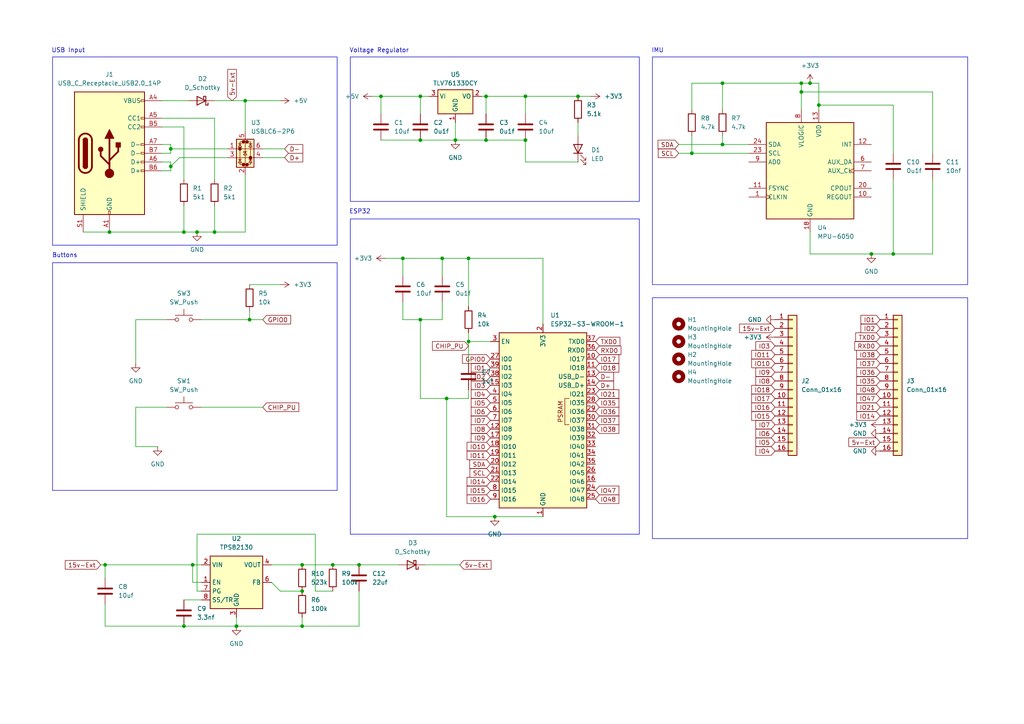
<source format=kicad_sch>
(kicad_sch (version 20250114) (generator "eeschema") (generator_version "9.0")
  (paper "A4")
  (lib_symbols
    (symbol "Connector:USB_C_Receptacle_USB2.0_14P" (pin_names (offset 1.016))
      (property "Reference" "J" (at 0 22.225 0))
      (property "Value" "USB_C_Receptacle_USB2.0_14P" (at 0 19.685 0))
      (symbol "USB_C_Receptacle_USB2.0_14P_1_1"
        (pin passive line (at -7.62 -22.86 90) (length 5.08) (name "SHIELD") (number "S1"))
        (pin passive line (at 0 -22.86 90) (length 5.08) (name "GND") (number "A1"))
        (pin passive line (at 0 -22.86 90) (length 5.08) (hide yes) (name "GND") (number "A12"))
        (pin passive line (at 0 -22.86 90) (length 5.08) (hide yes) (name "GND") (number "B1"))
        (pin passive line (at 0 -22.86 90) (length 5.08) (hide yes) (name "GND") (number "B12"))
        (pin passive line (at 15.24 15.24 180) (length 5.08) (name "VBUS") (number "A4"))
        (pin passive line (at 15.24 15.24 180) (length 5.08) (hide yes) (name "VBUS") (number "A9"))
        (pin passive line (at 15.24 15.24 180) (length 5.08) (hide yes) (name "VBUS") (number "B4"))
        (pin passive line (at 15.24 15.24 180) (length 5.08) (hide yes) (name "VBUS") (number "B9"))
        (pin bidirectional line (at 15.24 10.16 180) (length 5.08) (name "CC1") (number "A5"))
        (pin bidirectional line (at 15.24 7.62 180) (length 5.08) (name "CC2") (number "B5"))
        (pin bidirectional line (at 15.24 2.54 180) (length 5.08) (name "D-") (number "A7"))
        (pin bidirectional line (at 15.24 0 180) (length 5.08) (name "D-") (number "B7"))
        (pin bidirectional line (at 15.24 -2.54 180) (length 5.08) (name "D+") (number "A6"))
        (pin bidirectional line (at 15.24 -5.08 180) (length 5.08) (name "D+") (number "B6"))
      )
    )
    (symbol "Connector_Generic:Conn_01x16" (pin_names (offset 1.016) (hide yes))
      (property "Reference" "J" (at 0 20.32 0))
      (property "Value" "Conn_01x16" (at 0 -22.86 0))
      (symbol "Conn_01x16_1_1"
        (pin passive line (at -5.08 17.78 0) (length 3.81) (name "Pin_1") (number "1"))
        (pin passive line (at -5.08 15.24 0) (length 3.81) (name "Pin_2") (number "2"))
        (pin passive line (at -5.08 12.7 0) (length 3.81) (name "Pin_3") (number "3"))
        (pin passive line (at -5.08 10.16 0) (length 3.81) (name "Pin_4") (number "4"))
        (pin passive line (at -5.08 7.62 0) (length 3.81) (name "Pin_5") (number "5"))
        (pin passive line (at -5.08 5.08 0) (length 3.81) (name "Pin_6") (number "6"))
        (pin passive line (at -5.08 2.54 0) (length 3.81) (name "Pin_7") (number "7"))
        (pin passive line (at -5.08 0 0) (length 3.81) (name "Pin_8") (number "8"))
        (pin passive line (at -5.08 -2.54 0) (length 3.81) (name "Pin_9") (number "9"))
        (pin passive line (at -5.08 -5.08 0) (length 3.81) (name "Pin_10") (number "10"))
        (pin passive line (at -5.08 -7.62 0) (length 3.81) (name "Pin_11") (number "11"))
        (pin passive line (at -5.08 -10.16 0) (length 3.81) (name "Pin_12") (number "12"))
        (pin passive line (at -5.08 -12.7 0) (length 3.81) (name "Pin_13") (number "13"))
        (pin passive line (at -5.08 -15.24 0) (length 3.81) (name "Pin_14") (number "14"))
        (pin passive line (at -5.08 -17.78 0) (length 3.81) (name "Pin_15") (number "15"))
        (pin passive line (at -5.08 -20.32 0) (length 3.81) (name "Pin_16") (number "16"))
      )
    )
    (symbol "Device:C" (pin_numbers (hide yes)) (pin_names (offset 0.254))
      (property "Reference" "C" (at 0.635 2.54 0))
      (property "Value" "C" (at 0.635 -2.54 0))
      (symbol "C_1_1"
        (pin passive line (at 0 3.81 270) (length 2.794) (name "~") (number "1"))
        (pin passive line (at 0 -3.81 90) (length 2.794) (name "~") (number "2"))
      )
    )
    (symbol "Device:D_Schottky" (pin_numbers (hide yes)) (pin_names (offset 1.016) (hide yes))
      (property "Reference" "D" (at 0 2.54 0))
      (property "Value" "D_Schottky" (at 0 -2.54 0))
      (symbol "D_Schottky_1_1"
        (pin passive line (at -3.81 0 0) (length 2.54) (name "K") (number "1"))
        (pin passive line (at 3.81 0 180) (length 2.54) (name "A") (number "2"))
      )
    )
    (symbol "Device:LED" (pin_numbers (hide yes)) (pin_names (offset 1.016) (hide yes))
      (property "Reference" "D" (at 0 2.54 0))
      (property "Value" "LED" (at 0 -2.54 0))
      (symbol "LED_1_1"
        (pin passive line (at -3.81 0 0) (length 2.54) (name "K") (number "1"))
        (pin passive line (at 3.81 0 180) (length 2.54) (name "A") (number "2"))
      )
    )
    (symbol "Device:R" (pin_numbers (hide yes)) (pin_names (offset 0))
      (property "Reference" "R" (at 2.032 0 90))
      (property "Value" "R" (at 0 0 90))
      (symbol "R_1_1"
        (pin passive line (at 0 3.81 270) (length 1.27) (name "~") (number "1"))
        (pin passive line (at 0 -3.81 90) (length 1.27) (name "~") (number "2"))
      )
    )
    (symbol "Mechanical:MountingHole" (pin_names (offset 1.016)) (in_bom no)
      (property "Reference" "H" (at 0 5.08 0))
      (property "Value" "MountingHole" (at 0 3.175 0))
    )
    (symbol "Power_Protection:USBLC6-2P6" (pin_names (hide yes))
      (property "Reference" "U" (at 0.635 5.715 0))
      (property "Value" "USBLC6-2P6" (at 0.635 3.81 0))
      (symbol "USBLC6-2P6_1_1"
        (pin passive line (at -5.08 0 0) (length 2.54) (name "I/O1") (number "1"))
        (pin passive line (at -5.08 -2.54 0) (length 2.54) (name "I/O2") (number "3"))
        (pin passive line (at 0 5.08 270) (length 2.54) (name "VBUS") (number "5"))
        (pin passive line (at 0 -7.62 90) (length 2.54) (name "GND") (number "2"))
        (pin passive line (at 5.08 0 180) (length 2.54) (name "I/O1") (number "6"))
        (pin passive line (at 5.08 -2.54 180) (length 2.54) (name "I/O2") (number "4"))
      )
    )
    (symbol "RF_Module:ESP32-S3-WROOM-1"
      (property "Reference" "U" (at -12.7 26.67 0))
      (property "Value" "ESP32-S3-WROOM-1" (at 12.7 26.67 0))
      (symbol "ESP32-S3-WROOM-1_0_0"
        (text "PSRAM" (at 5.08 2.54 900) (effects (font (size 1.27 1.27))))
      )
      (symbol "ESP32-S3-WROOM-1_1_1"
        (pin input line (at -15.24 22.86 0) (length 2.54) (name "EN") (number "3"))
        (pin bidirectional line (at -15.24 17.78 0) (length 2.54) (name "IO0") (number "27"))
        (pin bidirectional line (at -15.24 15.24 0) (length 2.54) (name "IO1") (number "39"))
        (pin bidirectional line (at -15.24 12.7 0) (length 2.54) (name "IO2") (number "38"))
        (pin bidirectional line (at -15.24 10.16 0) (length 2.54) (name "IO3") (number "15"))
        (pin bidirectional line (at -15.24 7.62 0) (length 2.54) (name "IO4") (number "4"))
        (pin bidirectional line (at -15.24 5.08 0) (length 2.54) (name "IO5") (number "5"))
        (pin bidirectional line (at -15.24 2.54 0) (length 2.54) (name "IO6") (number "6"))
        (pin bidirectional line (at -15.24 0 0) (length 2.54) (name "IO7") (number "7"))
        (pin bidirectional line (at -15.24 -2.54 0) (length 2.54) (name "IO8") (number "12"))
        (pin bidirectional line (at -15.24 -5.08 0) (length 2.54) (name "IO9") (number "17"))
        (pin bidirectional line (at -15.24 -7.62 0) (length 2.54) (name "IO10") (number "18"))
        (pin bidirectional line (at -15.24 -10.16 0) (length 2.54) (name "IO11") (number "19"))
        (pin bidirectional line (at -15.24 -12.7 0) (length 2.54) (name "IO12") (number "20"))
        (pin bidirectional line (at -15.24 -15.24 0) (length 2.54) (name "IO13") (number "21"))
        (pin bidirectional line (at -15.24 -17.78 0) (length 2.54) (name "IO14") (number "22"))
        (pin bidirectional line (at -15.24 -20.32 0) (length 2.54) (name "IO15") (number "8"))
        (pin bidirectional line (at -15.24 -22.86 0) (length 2.54) (name "IO16") (number "9"))
        (pin power_in line (at 0 27.94 270) (length 2.54) (name "3V3") (number "2"))
        (pin power_in line (at 0 -27.94 90) (length 2.54) (name "GND") (number "1"))
        (pin passive line (at 0 -27.94 90) (length 2.54) (hide yes) (name "GND") (number "40"))
        (pin passive line (at 0 -27.94 90) (length 2.54) (hide yes) (name "GND") (number "41"))
        (pin bidirectional line (at 15.24 22.86 180) (length 2.54) (name "TXD0") (number "37"))
        (pin bidirectional line (at 15.24 20.32 180) (length 2.54) (name "RXD0") (number "36"))
        (pin bidirectional line (at 15.24 17.78 180) (length 2.54) (name "IO17") (number "10"))
        (pin bidirectional line (at 15.24 15.24 180) (length 2.54) (name "IO18") (number "11"))
        (pin bidirectional line (at 15.24 12.7 180) (length 2.54) (name "USB_D-") (number "13"))
        (pin bidirectional line (at 15.24 10.16 180) (length 2.54) (name "USB_D+") (number "14"))
        (pin bidirectional line (at 15.24 7.62 180) (length 2.54) (name "IO21") (number "23"))
        (pin bidirectional line (at 15.24 5.08 180) (length 2.54) (name "IO35") (number "28"))
        (pin bidirectional line (at 15.24 2.54 180) (length 2.54) (name "IO36") (number "29"))
        (pin bidirectional line (at 15.24 0 180) (length 2.54) (name "IO37") (number "30"))
        (pin bidirectional line (at 15.24 -2.54 180) (length 2.54) (name "IO38") (number "31"))
        (pin bidirectional line (at 15.24 -5.08 180) (length 2.54) (name "IO39") (number "32"))
        (pin bidirectional line (at 15.24 -7.62 180) (length 2.54) (name "IO40") (number "33"))
        (pin bidirectional line (at 15.24 -10.16 180) (length 2.54) (name "IO41") (number "34"))
        (pin bidirectional line (at 15.24 -12.7 180) (length 2.54) (name "IO42") (number "35"))
        (pin bidirectional line (at 15.24 -15.24 180) (length 2.54) (name "IO45") (number "26"))
        (pin bidirectional line (at 15.24 -17.78 180) (length 2.54) (name "IO46") (number "16"))
        (pin bidirectional line (at 15.24 -20.32 180) (length 2.54) (name "IO47") (number "24"))
        (pin bidirectional line (at 15.24 -22.86 180) (length 2.54) (name "IO48") (number "25"))
      )
    )
    (symbol "Regulator_Linear:TLV76133DCY"
      (property "Reference" "U" (at -7.62 6.35 0))
      (property "Value" "TLV76133DCY" (at -1.27 6.35 0))
      (symbol "TLV76133DCY_1_1"
        (pin power_in line (at -7.62 0 0) (length 2.54) (name "VI") (number "3"))
        (pin power_in line (at 0 -7.62 90) (length 2.54) (name "GND") (number "1"))
        (pin power_out line (at 7.62 0 180) (length 2.54) (name "VO") (number "2"))
      )
    )
    (symbol "Regulator_Switching:TPS82130"
      (property "Reference" "U" (at 1.27 11.43 0))
      (property "Value" "TPS82130" (at 5.08 8.89 0))
      (symbol "TPS82130_1_1"
        (pin power_in line (at -10.16 5.08 0) (length 2.54) (name "VIN") (number "2"))
        (pin input line (at -10.16 0 0) (length 2.54) (name "EN") (number "1"))
        (pin open_collector line (at -10.16 -2.54 0) (length 2.54) (name "PG") (number "7"))
        (pin input line (at -10.16 -5.08 0) (length 2.54) (name "SS/TR") (number "8"))
        (pin power_in line (at 0 -10.16 90) (length 2.54) (name "GND") (number "3"))
        (pin passive line (at 0 -10.16 90) (length 2.54) (hide yes) (name "GND") (number "9"))
        (pin power_out line (at 10.16 5.08 180) (length 2.54) (name "VOUT") (number "4"))
        (pin passive line (at 10.16 5.08 180) (length 2.54) (hide yes) (name "VOUT") (number "5"))
        (pin input line (at 10.16 0 180) (length 2.54) (name "FB") (number "6"))
      )
    )
    (symbol "Sensor_Motion:MPU-6050"
      (property "Reference" "U" (at -11.43 13.97 0))
      (property "Value" "MPU-6050" (at 7.62 -15.24 0))
      (symbol "MPU-6050_0_0"
        (text "" (at 12.7 -2.54 0) (effects (font (size 1.27 1.27))))
      )
      (symbol "MPU-6050_1_1"
        (pin bidirectional line (at -17.78 7.62 0) (length 5.08) (name "SDA") (number "24"))
        (pin input line (at -17.78 5.08 0) (length 5.08) (name "SCL") (number "23"))
        (pin input line (at -17.78 2.54 0) (length 5.08) (name "AD0") (number "9"))
        (pin input line (at -17.78 -5.08 0) (length 5.08) (name "FSYNC") (number "11"))
        (pin input clock (at -17.78 -7.62 0) (length 5.08) (name "CLKIN") (number "1"))
        (pin no_connect line (at -12.7 12.7 0) (length 2.54) (hide yes) (name "NC") (number "2"))
        (pin no_connect line (at -12.7 10.16 0) (length 2.54) (hide yes) (name "NC") (number "3"))
        (pin no_connect line (at -12.7 0 0) (length 2.54) (hide yes) (name "NC") (number "4"))
        (pin no_connect line (at -12.7 -2.54 0) (length 2.54) (hide yes) (name "NC") (number "5"))
        (pin no_connect line (at -12.7 -10.16 0) (length 2.54) (hide yes) (name "NC") (number "14"))
        (pin power_in line (at -2.54 17.78 270) (length 3.81) (name "VLOGIC") (number "8"))
        (pin power_in line (at 0 -17.78 90) (length 3.81) (name "GND") (number "18"))
        (pin power_in line (at 2.54 17.78 270) (length 3.81) (name "VDD") (number "13"))
        (pin no_connect line (at 12.7 12.7 180) (length 2.54) (hide yes) (name "NC") (number "15"))
        (pin no_connect line (at 12.7 10.16 180) (length 2.54) (hide yes) (name "NC") (number "16"))
        (pin no_connect line (at 12.7 5.08 180) (length 2.54) (hide yes) (name "NC") (number "17"))
        (pin no_connect line (at 12.7 -2.54 180) (length 2.54) (hide yes) (name "RESV") (number "21"))
        (pin no_connect line (at 12.7 -10.16 180) (length 2.54) (hide yes) (name "RESV") (number "19"))
        (pin no_connect line (at 12.7 -12.7 180) (length 2.54) (hide yes) (name "RESV") (number "22"))
        (pin output line (at 17.78 7.62 180) (length 5.08) (name "INT") (number "12"))
        (pin bidirectional line (at 17.78 2.54 180) (length 5.08) (name "AUX_DA") (number "6"))
        (pin output clock (at 17.78 0 180) (length 5.08) (name "AUX_CL") (number "7"))
        (pin passive line (at 17.78 -5.08 180) (length 5.08) (name "CPOUT") (number "20"))
        (pin passive line (at 17.78 -7.62 180) (length 5.08) (name "REGOUT") (number "10"))
      )
    )
    (symbol "Switch:SW_Push" (pin_numbers (hide yes)) (pin_names (offset 1.016) (hide yes))
      (property "Reference" "SW" (at 1.27 2.54 0))
      (property "Value" "SW_Push" (at 0 -1.524 0))
      (symbol "SW_Push_0_1"
        (pin passive line (at -5.08 0 0) (length 2.54) (name "1") (number "1"))
        (pin passive line (at 5.08 0 180) (length 2.54) (name "2") (number "2"))
      )
    )
    (symbol "power:+3.3V" (power) (pin_numbers (hide yes)) (pin_names (offset 0) (hide yes))
      (property "Value" "+3.3V" (at 0 3.556 0))
      (symbol "+3.3V_1_1"
        (pin power_in line (at 0 0 90) (length 0) (name "~") (number "1"))
      )
    )
    (symbol "power:+3V3" (power) (pin_numbers (hide yes)) (pin_names (offset 0) (hide yes))
      (property "Value" "+3V3" (at 0 3.556 0))
      (symbol "+3V3_1_1"
        (pin power_in line (at 0 0 90) (length 0) (name "~") (number "1"))
      )
    )
    (symbol "power:+5V" (power) (pin_numbers (hide yes)) (pin_names (offset 0) (hide yes))
      (property "Value" "+5V" (at 0 3.556 0))
      (symbol "+5V_1_1"
        (pin power_in line (at 0 0 90) (length 0) (name "~") (number "1"))
      )
    )
    (symbol "power:GND" (power) (pin_numbers (hide yes)) (pin_names (offset 0) (hide yes))
      (property "Value" "GND" (at 0 -3.81 0))
      (symbol "GND_1_1"
        (pin power_in line (at 0 0 270) (length 0) (name "~") (number "1"))
      )
    )
  )
  (rectangle (start 189.23 86.36) (end 280.67 156.21))
  (rectangle (start 101.6 63.5) (end 185.42 154.94))
  (rectangle (start 15.24 16.51) (end 97.79 71.12))
  (rectangle (start 189.23 16.51) (end 280.67 82.55))
  (rectangle (start 15.24 76.2) (end 97.79 142.24))
  (rectangle (start 101.6 16.51) (end 185.42 58.42))
  (text "IMU" (at 190.754 14.732 0) (effects (font (size 1.27 1.27))))
  (text "Voltage Regulator" (at 109.982 14.732 0) (effects (font (size 1.27 1.27))))
  (text "Buttons" (at 18.796 74.168 0) (effects (font (size 1.27 1.27))))
  (text "ESP32" (at 104.394 61.468 0) (effects (font (size 1.27 1.27))))
  (text "USB Input\n" (at 19.812 14.732 0) (effects (font (size 1.27 1.27))))
  (junction (at 30.48 163.83))
  (junction (at 209.55 24.13))
  (junction (at 135.89 99.06))
  (junction (at 53.34 181.61))
  (junction (at 49.53 48.26))
  (junction (at 143.51 149.86))
  (junction (at 209.55 41.91))
  (junction (at 87.63 163.83))
  (junction (at 53.34 67.31))
  (junction (at 68.58 181.61))
  (junction (at 232.41 26.67))
  (junction (at 132.08 40.64))
  (junction (at 57.15 67.31))
  (junction (at 135.89 74.93))
  (junction (at 55.88 163.83))
  (junction (at 237.49 30.48))
  (junction (at 121.92 40.64))
  (junction (at 128.27 74.93))
  (junction (at 200.66 44.45))
  (junction (at 121.92 92.71))
  (junction (at 87.63 171.45))
  (junction (at 167.64 27.94))
  (junction (at 49.53 43.18))
  (junction (at 259.08 73.66))
  (junction (at 232.41 24.13))
  (junction (at 110.49 27.94))
  (junction (at 71.12 29.21))
  (junction (at 129.54 115.57))
  (junction (at 31.75 67.31))
  (junction (at 252.73 73.66))
  (junction (at 96.52 163.83))
  (junction (at 72.39 92.71))
  (junction (at 140.97 27.94))
  (junction (at 87.63 181.61))
  (junction (at 140.97 40.64))
  (junction (at 152.4 27.94))
  (junction (at 62.23 67.31))
  (junction (at 104.14 163.83))
  (junction (at 234.95 24.13))
  (junction (at 152.4 40.64))
  (junction (at 116.84 74.93))
  (junction (at 121.92 27.94))
  (wire (pts (xy 200.66 24.13) (xy 209.55 24.13)))
  (wire (pts (xy 252.73 73.66) (xy 259.08 73.66)))
  (wire (pts (xy 152.4 40.64) (xy 152.4 46.99)))
  (wire (pts (xy 116.84 92.71) (xy 121.92 92.71)))
  (wire (pts (xy 232.41 26.67) (xy 270.51 26.67)))
  (wire (pts (xy 39.37 92.71) (xy 48.26 92.71)))
  (wire (pts (xy 87.63 181.61) (xy 104.14 181.61)))
  (wire (pts (xy 259.08 30.48) (xy 259.08 44.45)))
  (wire (pts (xy 78.74 163.83) (xy 87.63 163.83)))
  (wire (pts (xy 46.99 34.29) (xy 62.23 34.29)))
  (wire (pts (xy 200.66 39.37) (xy 200.66 44.45)))
  (wire (pts (xy 209.55 39.37) (xy 209.55 41.91)))
  (wire (pts (xy 270.51 52.07) (xy 270.51 73.66)))
  (wire (pts (xy 53.34 181.61) (xy 68.58 181.61)))
  (wire (pts (xy 87.63 163.83) (xy 96.52 163.83)))
  (wire (pts (xy 71.12 29.21) (xy 81.28 29.21)))
  (wire (pts (xy 237.49 30.48) (xy 237.49 31.75)))
  (wire (pts (xy 46.99 49.53) (xy 49.53 49.53)))
  (wire (pts (xy 87.63 171.45) (xy 81.28 171.45)))
  (wire (pts (xy 39.37 129.54) (xy 45.72 129.54)))
  (wire (pts (xy 232.41 24.13) (xy 234.95 24.13)))
  (wire (pts (xy 57.15 171.45) (xy 58.42 171.45)))
  (wire (pts (xy 62.23 34.29) (xy 62.23 52.07)))
  (wire (pts (xy 121.92 40.64) (xy 132.08 40.64)))
  (wire (pts (xy 237.49 24.13) (xy 237.49 30.48)))
  (wire (pts (xy 128.27 74.93) (xy 135.89 74.93)))
  (wire (pts (xy 111.76 74.93) (xy 116.84 74.93)))
  (wire (pts (xy 68.58 181.61) (xy 87.63 181.61)))
  (wire (pts (xy 167.64 35.56) (xy 167.64 39.37)))
  (wire (pts (xy 121.92 27.94) (xy 124.46 27.94)))
  (wire (pts (xy 53.34 59.69) (xy 53.34 67.31)))
  (wire (pts (xy 30.48 163.83) (xy 30.48 167.64)))
  (wire (pts (xy 76.2 43.18) (xy 82.55 43.18)))
  (wire (pts (xy 132.08 40.64) (xy 140.97 40.64)))
  (wire (pts (xy 209.55 24.13) (xy 232.41 24.13)))
  (wire (pts (xy 234.95 24.13) (xy 237.49 24.13)))
  (wire (pts (xy 76.2 45.72) (xy 82.55 45.72)))
  (wire (pts (xy 135.89 74.93) (xy 157.48 74.93)))
  (wire (pts (xy 116.84 74.93) (xy 116.84 80.01)))
  (wire (pts (xy 68.58 179.07) (xy 68.58 181.61)))
  (wire (pts (xy 39.37 118.11) (xy 39.37 129.54)))
  (wire (pts (xy 135.89 96.52) (xy 135.89 99.06)))
  (wire (pts (xy 53.34 67.31) (xy 57.15 67.31)))
  (wire (pts (xy 62.23 59.69) (xy 62.23 67.31)))
  (wire (pts (xy 31.75 67.31) (xy 53.34 67.31)))
  (wire (pts (xy 39.37 118.11) (xy 48.26 118.11)))
  (wire (pts (xy 72.39 82.55) (xy 81.28 82.55)))
  (wire (pts (xy 209.55 41.91) (xy 217.17 41.91)))
  (wire (pts (xy 232.41 24.13) (xy 232.41 26.67)))
  (wire (pts (xy 200.66 24.13) (xy 200.66 31.75)))
  (wire (pts (xy 121.92 92.71) (xy 128.27 92.71)))
  (wire (pts (xy 87.63 179.07) (xy 87.63 181.61)))
  (wire (pts (xy 135.89 113.03) (xy 135.89 115.57)))
  (wire (pts (xy 259.08 73.66) (xy 270.51 73.66)))
  (wire (pts (xy 46.99 36.83) (xy 53.34 36.83)))
  (wire (pts (xy 30.48 175.26) (xy 30.48 181.61)))
  (wire (pts (xy 128.27 74.93) (xy 128.27 80.01)))
  (wire (pts (xy 46.99 44.45) (xy 49.53 44.45)))
  (wire (pts (xy 140.97 40.64) (xy 152.4 40.64)))
  (wire (pts (xy 49.53 43.18) (xy 49.53 44.45)))
  (wire (pts (xy 196.85 41.91) (xy 209.55 41.91)))
  (wire (pts (xy 140.97 27.94) (xy 140.97 33.02)))
  (wire (pts (xy 121.92 115.57) (xy 129.54 115.57)))
  (wire (pts (xy 129.54 115.57) (xy 135.89 115.57)))
  (wire (pts (xy 135.89 74.93) (xy 135.89 88.9)))
  (wire (pts (xy 71.12 29.21) (xy 71.12 38.1)))
  (wire (pts (xy 53.34 36.83) (xy 53.34 52.07)))
  (wire (pts (xy 57.15 67.31) (xy 62.23 67.31)))
  (wire (pts (xy 121.92 27.94) (xy 121.92 33.02)))
  (wire (pts (xy 55.88 163.83) (xy 55.88 168.91)))
  (wire (pts (xy 123.19 163.83) (xy 133.35 163.83)))
  (wire (pts (xy 234.95 67.31) (xy 234.95 73.66)))
  (wire (pts (xy 46.99 41.91) (xy 49.53 41.91)))
  (wire (pts (xy 234.95 73.66) (xy 252.73 73.66)))
  (wire (pts (xy 259.08 52.07) (xy 259.08 73.66)))
  (wire (pts (xy 237.49 30.48) (xy 259.08 30.48)))
  (wire (pts (xy 53.34 173.99) (xy 58.42 173.99)))
  (wire (pts (xy 135.89 99.06) (xy 142.24 99.06)))
  (wire (pts (xy 232.41 26.67) (xy 232.41 31.75)))
  (wire (pts (xy 66.04 45.72) (xy 52.07 45.72)))
  (wire (pts (xy 62.23 67.31) (xy 71.12 67.31)))
  (wire (pts (xy 91.44 154.94) (xy 91.44 171.45)))
  (wire (pts (xy 49.53 43.18) (xy 66.04 43.18)))
  (wire (pts (xy 129.54 149.86) (xy 143.51 149.86)))
  (wire (pts (xy 135.89 99.06) (xy 135.89 105.41)))
  (wire (pts (xy 49.53 46.99) (xy 49.53 48.26)))
  (wire (pts (xy 58.42 92.71) (xy 72.39 92.71)))
  (wire (pts (xy 104.14 171.45) (xy 104.14 181.61)))
  (wire (pts (xy 270.51 26.67) (xy 270.51 44.45)))
  (wire (pts (xy 57.15 154.94) (xy 91.44 154.94)))
  (wire (pts (xy 116.84 87.63) (xy 116.84 92.71)))
  (wire (pts (xy 29.21 163.83) (xy 30.48 163.83)))
  (wire (pts (xy 39.37 92.71) (xy 39.37 105.41)))
  (wire (pts (xy 72.39 92.71) (xy 76.2 92.71)))
  (wire (pts (xy 55.88 168.91) (xy 58.42 168.91)))
  (wire (pts (xy 91.44 171.45) (xy 96.52 171.45)))
  (wire (pts (xy 24.13 67.31) (xy 31.75 67.31)))
  (wire (pts (xy 116.84 74.93) (xy 128.27 74.93)))
  (wire (pts (xy 49.53 41.91) (xy 49.53 43.18)))
  (wire (pts (xy 46.99 46.99) (xy 49.53 46.99)))
  (wire (pts (xy 196.85 44.45) (xy 200.66 44.45)))
  (wire (pts (xy 107.95 27.94) (xy 110.49 27.94)))
  (wire (pts (xy 110.49 27.94) (xy 121.92 27.94)))
  (wire (pts (xy 96.52 163.83) (xy 104.14 163.83)))
  (wire (pts (xy 209.55 24.13) (xy 209.55 31.75)))
  (wire (pts (xy 152.4 27.94) (xy 167.64 27.94)))
  (wire (pts (xy 71.12 50.8) (xy 71.12 67.31)))
  (wire (pts (xy 52.07 45.72) (xy 49.53 48.26)))
  (wire (pts (xy 30.48 181.61) (xy 53.34 181.61)))
  (wire (pts (xy 140.97 27.94) (xy 152.4 27.94)))
  (wire (pts (xy 128.27 87.63) (xy 128.27 92.71)))
  (wire (pts (xy 110.49 27.94) (xy 110.49 33.02)))
  (wire (pts (xy 129.54 115.57) (xy 129.54 149.86)))
  (wire (pts (xy 58.42 118.11) (xy 76.2 118.11)))
  (wire (pts (xy 55.88 163.83) (xy 58.42 163.83)))
  (wire (pts (xy 57.15 154.94) (xy 57.15 171.45)))
  (wire (pts (xy 46.99 29.21) (xy 54.61 29.21)))
  (wire (pts (xy 49.53 48.26) (xy 49.53 49.53)))
  (wire (pts (xy 81.28 171.45) (xy 78.74 168.91)))
  (wire (pts (xy 139.7 27.94) (xy 140.97 27.94)))
  (wire (pts (xy 30.48 163.83) (xy 55.88 163.83)))
  (wire (pts (xy 110.49 40.64) (xy 121.92 40.64)))
  (wire (pts (xy 62.23 29.21) (xy 71.12 29.21)))
  (wire (pts (xy 104.14 163.83) (xy 115.57 163.83)))
  (wire (pts (xy 152.4 27.94) (xy 152.4 33.02)))
  (wire (pts (xy 121.92 92.71) (xy 121.92 115.57)))
  (wire (pts (xy 167.64 27.94) (xy 171.45 27.94)))
  (wire (pts (xy 132.08 35.56) (xy 132.08 40.64)))
  (wire (pts (xy 152.4 46.99) (xy 167.64 46.99)))
  (wire (pts (xy 200.66 44.45) (xy 217.17 44.45)))
  (wire (pts (xy 157.48 74.93) (xy 157.48 93.98)))
  (wire (pts (xy 143.51 149.86) (xy 157.48 149.86)))
  (wire (pts (xy 72.39 90.17) (xy 72.39 92.71)))
  (global_label "15v-Ext" (shape input) (at 224.79 95.25 180) (property "Intersheetrefs" "${INTERSHEET_REFS}" (effects (hide yes))))
  (global_label "5v-Ext" (shape input) (at 133.35 163.83 0) (property "Intersheetrefs" "${INTERSHEET_REFS}" (effects (hide yes))))
  (global_label "IO37" (shape input) (at 172.72 121.92 0) (property "Intersheetrefs" "${INTERSHEET_REFS}" (effects (hide yes))))
  (global_label "IO7" (shape input) (at 224.79 123.19 180) (property "Intersheetrefs" "${INTERSHEET_REFS}" (effects (hide yes))))
  (global_label "IO18" (shape input) (at 172.72 106.68 0) (property "Intersheetrefs" "${INTERSHEET_REFS}" (effects (hide yes))))
  (global_label "IO6" (shape input) (at 224.79 125.73 180) (property "Intersheetrefs" "${INTERSHEET_REFS}" (effects (hide yes))))
  (global_label "IO21" (shape input) (at 255.27 118.11 180) (property "Intersheetrefs" "${INTERSHEET_REFS}" (effects (hide yes))))
  (global_label "IO37" (shape input) (at 255.27 105.41 180) (property "Intersheetrefs" "${INTERSHEET_REFS}" (effects (hide yes))))
  (global_label "IO16" (shape input) (at 224.79 118.11 180) (property "Intersheetrefs" "${INTERSHEET_REFS}" (effects (hide yes))))
  (global_label "IO3" (shape input) (at 142.24 111.76 180) (property "Intersheetrefs" "${INTERSHEET_REFS}" (effects (hide yes))))
  (global_label "5v-Ext" (shape input) (at 67.31 29.21 90) (property "Intersheetrefs" "${INTERSHEET_REFS}" (effects (hide yes))))
  (global_label "RXD0" (shape input) (at 172.72 101.6 0) (property "Intersheetrefs" "${INTERSHEET_REFS}" (effects (hide yes))))
  (global_label "IO38" (shape input) (at 255.27 102.87 180) (property "Intersheetrefs" "${INTERSHEET_REFS}" (effects (hide yes))))
  (global_label "15v-Ext" (shape input) (at 29.21 163.83 180) (property "Intersheetrefs" "${INTERSHEET_REFS}" (effects (hide yes))))
  (global_label "IO4" (shape input) (at 142.24 114.3 180) (property "Intersheetrefs" "${INTERSHEET_REFS}" (effects (hide yes))))
  (global_label "IO8" (shape input) (at 224.79 110.49 180) (property "Intersheetrefs" "${INTERSHEET_REFS}" (effects (hide yes))))
  (global_label "D-" (shape input) (at 82.55 43.18 0) (property "Intersheetrefs" "${INTERSHEET_REFS}" (effects (hide yes))))
  (global_label "5v-Ext" (shape input) (at 255.27 128.27 180) (property "Intersheetrefs" "${INTERSHEET_REFS}" (effects (hide yes))))
  (global_label "TXD0" (shape input) (at 172.72 99.06 0) (property "Intersheetrefs" "${INTERSHEET_REFS}" (effects (hide yes))))
  (global_label "IO14" (shape input) (at 142.24 139.7 180) (property "Intersheetrefs" "${INTERSHEET_REFS}" (effects (hide yes))))
  (global_label "IO35" (shape input) (at 172.72 116.84 0) (property "Intersheetrefs" "${INTERSHEET_REFS}" (effects (hide yes))))
  (global_label "IO1" (shape input) (at 255.27 92.71 180) (property "Intersheetrefs" "${INTERSHEET_REFS}" (effects (hide yes))))
  (global_label "SDA" (shape input) (at 196.85 41.91 180) (property "Intersheetrefs" "${INTERSHEET_REFS}" (effects (hide yes))))
  (global_label "IO48" (shape input) (at 255.27 113.03 180) (property "Intersheetrefs" "${INTERSHEET_REFS}" (effects (hide yes))))
  (global_label "IO1" (shape input) (at 142.24 106.68 180) (property "Intersheetrefs" "${INTERSHEET_REFS}" (effects (hide yes))))
  (global_label "IO10" (shape input) (at 224.79 105.41 180) (property "Intersheetrefs" "${INTERSHEET_REFS}" (effects (hide yes))))
  (global_label "IO9" (shape input) (at 224.79 107.95 180) (property "Intersheetrefs" "${INTERSHEET_REFS}" (effects (hide yes))))
  (global_label "CHIP_PU" (shape input) (at 135.89 100.33 180) (property "Intersheetrefs" "${INTERSHEET_REFS}" (effects (hide yes))))
  (global_label "IO16" (shape input) (at 142.24 144.78 180) (property "Intersheetrefs" "${INTERSHEET_REFS}" (effects (hide yes))))
  (global_label "IO7" (shape input) (at 142.24 121.92 180) (property "Intersheetrefs" "${INTERSHEET_REFS}" (effects (hide yes))))
  (global_label "IO18" (shape input) (at 224.79 113.03 180) (property "Intersheetrefs" "${INTERSHEET_REFS}" (effects (hide yes))))
  (global_label "IO2" (shape input) (at 255.27 95.25 180) (property "Intersheetrefs" "${INTERSHEET_REFS}" (effects (hide yes))))
  (global_label "SDA" (shape input) (at 142.24 134.62 180) (property "Intersheetrefs" "${INTERSHEET_REFS}" (effects (hide yes))))
  (global_label "D+" (shape input) (at 172.72 111.76 0) (property "Intersheetrefs" "${INTERSHEET_REFS}" (effects (hide yes))))
  (global_label "D+" (shape input) (at 82.55 45.72 0) (property "Intersheetrefs" "${INTERSHEET_REFS}" (effects (hide yes))))
  (global_label "IO8" (shape input) (at 142.24 124.46 180) (property "Intersheetrefs" "${INTERSHEET_REFS}" (effects (hide yes))))
  (global_label "IO4" (shape input) (at 224.79 130.81 180) (property "Intersheetrefs" "${INTERSHEET_REFS}" (effects (hide yes))))
  (global_label "IO36" (shape input) (at 255.27 107.95 180) (property "Intersheetrefs" "${INTERSHEET_REFS}" (effects (hide yes))))
  (global_label "IO15" (shape input) (at 142.24 142.24 180) (property "Intersheetrefs" "${INTERSHEET_REFS}" (effects (hide yes))))
  (global_label "IO47" (shape input) (at 172.72 142.24 0) (property "Intersheetrefs" "${INTERSHEET_REFS}" (effects (hide yes))))
  (global_label "IO2" (shape input) (at 142.24 109.22 180) (property "Intersheetrefs" "${INTERSHEET_REFS}" (effects (hide yes))))
  (global_label "SCL" (shape input) (at 142.24 137.16 180) (property "Intersheetrefs" "${INTERSHEET_REFS}" (effects (hide yes))))
  (global_label "IO38" (shape input) (at 172.72 124.46 0) (property "Intersheetrefs" "${INTERSHEET_REFS}" (effects (hide yes))))
  (global_label "IO6" (shape input) (at 142.24 119.38 180) (property "Intersheetrefs" "${INTERSHEET_REFS}" (effects (hide yes))))
  (global_label "RXD0" (shape input) (at 255.27 100.33 180) (property "Intersheetrefs" "${INTERSHEET_REFS}" (effects (hide yes))))
  (global_label "IO5" (shape input) (at 142.24 116.84 180) (property "Intersheetrefs" "${INTERSHEET_REFS}" (effects (hide yes))))
  (global_label "IO35" (shape input) (at 255.27 110.49 180) (property "Intersheetrefs" "${INTERSHEET_REFS}" (effects (hide yes))))
  (global_label "IO17" (shape input) (at 172.72 104.14 0) (property "Intersheetrefs" "${INTERSHEET_REFS}" (effects (hide yes))))
  (global_label "SCL" (shape input) (at 196.85 44.45 180) (property "Intersheetrefs" "${INTERSHEET_REFS}" (effects (hide yes))))
  (global_label "IO5" (shape input) (at 224.79 128.27 180) (property "Intersheetrefs" "${INTERSHEET_REFS}" (effects (hide yes))))
  (global_label "IO15" (shape input) (at 224.79 120.65 180) (property "Intersheetrefs" "${INTERSHEET_REFS}" (effects (hide yes))))
  (global_label "D-" (shape input) (at 172.72 109.22 0) (property "Intersheetrefs" "${INTERSHEET_REFS}" (effects (hide yes))))
  (global_label "CHIP_PU" (shape input) (at 76.2 118.11 0) (property "Intersheetrefs" "${INTERSHEET_REFS}" (effects (hide yes))))
  (global_label "GPIO0" (shape input) (at 76.2 92.71 0) (property "Intersheetrefs" "${INTERSHEET_REFS}" (effects (hide yes))))
  (global_label "IO36" (shape input) (at 172.72 119.38 0) (property "Intersheetrefs" "${INTERSHEET_REFS}" (effects (hide yes))))
  (global_label "IO47" (shape input) (at 255.27 115.57 180) (property "Intersheetrefs" "${INTERSHEET_REFS}" (effects (hide yes))))
  (global_label "IO17" (shape input) (at 224.79 115.57 180) (property "Intersheetrefs" "${INTERSHEET_REFS}" (effects (hide yes))))
  (global_label "IO11" (shape input) (at 224.79 102.87 180) (property "Intersheetrefs" "${INTERSHEET_REFS}" (effects (hide yes))))
  (global_label "IO48" (shape input) (at 172.72 144.78 0) (property "Intersheetrefs" "${INTERSHEET_REFS}" (effects (hide yes))))
  (global_label "IO9" (shape input) (at 142.24 127 180) (property "Intersheetrefs" "${INTERSHEET_REFS}" (effects (hide yes))))
  (global_label "IO11" (shape input) (at 142.24 132.08 180) (property "Intersheetrefs" "${INTERSHEET_REFS}" (effects (hide yes))))
  (global_label "TXD0" (shape input) (at 255.27 97.79 180) (property "Intersheetrefs" "${INTERSHEET_REFS}" (effects (hide yes))))
  (global_label "GPIO0" (shape input) (at 142.24 104.14 180) (property "Intersheetrefs" "${INTERSHEET_REFS}" (effects (hide yes))))
  (global_label "IO14" (shape input) (at 255.27 120.65 180) (property "Intersheetrefs" "${INTERSHEET_REFS}" (effects (hide yes))))
  (global_label "IO21" (shape input) (at 172.72 114.3 0) (property "Intersheetrefs" "${INTERSHEET_REFS}" (effects (hide yes))))
  (global_label "IO3" (shape input) (at 224.79 100.33 180) (property "Intersheetrefs" "${INTERSHEET_REFS}" (effects (hide yes))))
  (global_label "IO10" (shape input) (at 142.24 129.54 180) (property "Intersheetrefs" "${INTERSHEET_REFS}" (effects (hide yes))))
  (symbol (lib_id "Regulator_Linear:TLV76133DCY") (at 132.08 27.94 0) (unit 1)
    (property "Reference" "U5" (at 132.08 21.59 0))
    (property "Value" "TLV76133DCY" (at 132.08 24.13 0))
    (property "Footprint" "Package_TO_SOT_SMD:SOT-223-3_TabPin2" (effects (hide yes)))
    (property "Datasheet" "https://www.ti.com/lit/ds/symlink/tlv761.pdf" (effects (hide yes)))
    (property "Description" "3.3V, 1A, Low Noise, High-PSRR LDO Regulator, 2.5V...16V input, SOT-223" (effects (hide yes)))
  )
  (symbol (lib_id "Device:C") (at 140.97 36.83 0) (unit 1)
    (property "Reference" "C3" (at 144.78 35.5599 0) (effects (justify left)))
    (property "Value" "0u1f" (at 144.78 38.0999 0) (effects (justify left)))
    (property "Footprint" "Capacitor_SMD:C_0201_0603Metric" (effects (hide yes)))
    (property "Description" "Unpolarized capacitor" (effects (hide yes)))
  )
  (symbol (lib_id "Device:R") (at 87.63 175.26 0) (unit 1)
    (property "Reference" "R6" (at 90.17 173.9899 0) (effects (justify left)))
    (property "Value" "100k" (at 90.17 176.5299 0) (effects (justify left)))
    (property "Footprint" "Resistor_SMD:R_0201_0603Metric" (effects (hide yes)))
    (property "Description" "Resistor" (effects (hide yes)))
  )
  (symbol (lib_id "power:GND") (at 68.58 181.61 0) (unit 1)
    (property "Reference" "#PWR09" (effects (hide yes)))
    (property "Value" "GND" (at 68.58 186.69 0))
    (property "Description" "Power symbol creates a global label with name \"GND\" , ground" (effects (hide yes)))
  )
  (symbol (lib_id "Device:LED") (at 167.64 43.18 90) (unit 1)
    (property "Reference" "D1" (at 171.45 43.4974 90) (effects (justify right)))
    (property "Value" "LED" (at 171.45 46.0374 90) (effects (justify right)))
    (property "Footprint" "LED_SMD:LED_0603_1608Metric" (effects (hide yes)))
    (property "Description" "Light emitting diode" (effects (hide yes)))
    (property "Sim.Pins" "1=K 2=A" (effects (hide yes)))
  )
  (symbol (lib_id "Device:R") (at 72.39 86.36 0) (unit 1)
    (property "Reference" "R5" (at 74.93 85.0899 0) (effects (justify left)))
    (property "Value" "10k" (at 74.93 87.6299 0) (effects (justify left)))
    (property "Footprint" "Resistor_SMD:R_0201_0603Metric" (effects (hide yes)))
    (property "Description" "Resistor" (effects (hide yes)))
  )
  (symbol (lib_id "Device:D_Schottky") (at 58.42 29.21 180) (unit 1)
    (property "Reference" "D2" (at 58.7375 22.86 0))
    (property "Value" "D_Schottky" (at 58.7375 25.4 0))
    (property "Footprint" "Diode_SMD:D_0603_1608Metric" (effects (hide yes)))
    (property "Description" "Schottky diode" (effects (hide yes)))
  )
  (symbol (lib_id "power:GND") (at 39.37 105.41 0) (unit 1)
    (property "Reference" "#PWR010" (effects (hide yes)))
    (property "Value" "GND" (at 39.37 110.49 0))
    (property "Description" "Power symbol creates a global label with name \"GND\" , ground" (effects (hide yes)))
  )
  (symbol (lib_id "Device:C") (at 135.89 109.22 0) (unit 1)
    (property "Reference" "C7" (at 139.7 107.9499 0) (effects (justify left)))
    (property "Value" "1uf" (at 139.7 110.4899 0) (effects (justify left)))
    (property "Footprint" "Capacitor_SMD:C_0201_0603Metric" (effects (hide yes)))
    (property "Description" "Unpolarized capacitor" (effects (hide yes)))
  )
  (symbol (lib_id "Connector_Generic:Conn_01x16") (at 229.87 110.49 0) (unit 1)
    (property "Reference" "J2" (at 232.41 110.4899 0) (effects (justify left)))
    (property "Value" "Conn_01x16" (at 232.41 113.0299 0) (effects (justify left)))
    (property "Footprint" "Connector_PinHeader_2.54mm:PinHeader_1x16_P2.54mm_Vertical" (effects (hide yes)))
    (property "Description" "Generic connector, single row, 01x16, script generated (kicad-library-utils/schlib/autogen/connector/)" (effects (hide yes)))
  )
  (symbol (lib_id "Mechanical:MountingHole") (at 196.85 99.06 0) (unit 1) (in_bom no)
    (property "Reference" "H3" (at 199.39 97.7899 0) (effects (justify left)))
    (property "Value" "MountingHole" (at 199.39 100.3299 0) (effects (justify left)))
    (property "Footprint" "MountingHole:MountingHole_2.2mm_M2" (effects (hide yes)))
    (property "Description" "Mounting Hole without connection" (effects (hide yes)))
  )
  (symbol (lib_id "Device:R") (at 135.89 92.71 0) (unit 1)
    (property "Reference" "R4" (at 138.43 91.4399 0) (effects (justify left)))
    (property "Value" "10k" (at 138.43 93.9799 0) (effects (justify left)))
    (property "Footprint" "Resistor_SMD:R_0201_0603Metric" (effects (hide yes)))
    (property "Description" "Resistor" (effects (hide yes)))
  )
  (symbol (lib_id "Device:R") (at 87.63 167.64 0) (unit 1)
    (property "Reference" "R10" (at 90.17 166.3699 0) (effects (justify left)))
    (property "Value" "523k" (at 90.17 168.9099 0) (effects (justify left)))
    (property "Footprint" "Resistor_SMD:R_0402_1005Metric" (effects (hide yes)))
    (property "Description" "Resistor" (effects (hide yes)))
  )
  (symbol (lib_id "power:+3V3") (at 111.76 74.93 90) (unit 1)
    (property "Reference" "#PWR06" (effects (hide yes)))
    (property "Value" "+3V3" (at 107.95 74.9299 90) (effects (justify left)))
    (property "Description" "Power symbol creates a global label with name \"+3V3\"" (effects (hide yes)))
  )
  (symbol (lib_id "power:GND") (at 57.15 67.31 0) (unit 1)
    (property "Reference" "#PWR01" (effects (hide yes)))
    (property "Value" "GND" (at 57.15 72.39 0))
    (property "Description" "Power symbol creates a global label with name \"GND\" , ground" (effects (hide yes)))
  )
  (symbol (lib_id "power:GND") (at 132.08 40.64 0) (unit 1)
    (property "Reference" "#PWR05" (effects (hide yes)))
    (property "Value" "GND" (at 132.08 45.72 0))
    (property "Description" "Power symbol creates a global label with name \"GND\" , ground" (effects (hide yes)))
  )
  (symbol (lib_id "power:+3V3") (at 81.28 82.55 270) (unit 1)
    (property "Reference" "#PWR08" (effects (hide yes)))
    (property "Value" "+3V3" (at 85.09 82.5499 90) (effects (justify left)))
    (property "Description" "Power symbol creates a global label with name \"+3V3\"" (effects (hide yes)))
  )
  (symbol (lib_id "Regulator_Switching:TPS82130") (at 68.58 168.91 0) (unit 1)
    (property "Reference" "U2" (at 68.58 156.21 0))
    (property "Value" "TPS82130" (at 68.58 158.75 0))
    (property "Footprint" "Package_LGA:Texas_SIL0008D_MicroSiP-8-1EP_2.8x3mm_P0.65mm_EP1.1x1.9mm_ThermalVias" (effects (hide yes)))
    (property "Datasheet" "http://www.ti.com/lit/ds/symlink/tps82130.pdf" (effects (hide yes)))
    (property "Description" "17V Input 3A Step-Down Converter MicroSiP Module with Integrated Inductor, μSiL-8" (effects (hide yes)))
  )
  (symbol (lib_id "Mechanical:MountingHole") (at 196.85 104.14 0) (unit 1) (in_bom no)
    (property "Reference" "H2" (at 199.39 102.8699 0) (effects (justify left)))
    (property "Value" "MountingHole" (at 199.39 105.4099 0) (effects (justify left)))
    (property "Footprint" "MountingHole:MountingHole_2.2mm_M2" (effects (hide yes)))
    (property "Description" "Mounting Hole without connection" (effects (hide yes)))
  )
  (symbol (lib_id "power:GND") (at 255.27 130.81 270) (unit 1)
    (property "Reference" "#PWR016" (effects (hide yes)))
    (property "Value" "GND" (at 251.46 130.8099 90) (effects (justify right)))
    (property "Description" "Power symbol creates a global label with name \"GND\" , ground" (effects (hide yes)))
  )
  (symbol (lib_id "power:+3.3V") (at 234.95 24.13 0) (unit 1)
    (property "Reference" "#PWR012" (effects (hide yes)))
    (property "Value" "+3V3" (at 234.95 19.05 0))
    (property "Description" "Power symbol creates a global label with name \"+3.3V\"" (effects (hide yes)))
  )
  (symbol (lib_id "Mechanical:MountingHole") (at 196.85 93.98 0) (unit 1) (in_bom no)
    (property "Reference" "H1" (at 199.39 92.7099 0) (effects (justify left)))
    (property "Value" "MountingHole" (at 199.39 95.2499 0) (effects (justify left)))
    (property "Footprint" "MountingHole:MountingHole_2.2mm_M2" (effects (hide yes)))
    (property "Description" "Mounting Hole without connection" (effects (hide yes)))
  )
  (symbol (lib_id "Device:C") (at 104.14 167.64 0) (unit 1)
    (property "Reference" "C12" (at 107.95 166.3699 0) (effects (justify left)))
    (property "Value" "22uf" (at 107.95 168.9099 0) (effects (justify left)))
    (property "Footprint" "Capacitor_SMD:C_0603_1608Metric" (effects (hide yes)))
    (property "Description" "Unpolarized capacitor" (effects (hide yes)))
  )
  (symbol (lib_id "Device:R") (at 53.34 55.88 0) (unit 1)
    (property "Reference" "R1" (at 55.88 54.6099 0) (effects (justify left)))
    (property "Value" "5k1" (at 55.88 57.1499 0) (effects (justify left)))
    (property "Footprint" "Resistor_SMD:R_0201_0603Metric" (effects (hide yes)))
    (property "Description" "Resistor" (effects (hide yes)))
  )
  (symbol (lib_id "power:GND") (at 255.27 125.73 270) (unit 1)
    (property "Reference" "#PWR017" (effects (hide yes)))
    (property "Value" "GND" (at 251.46 125.7299 90) (effects (justify right)))
    (property "Description" "Power symbol creates a global label with name \"GND\" , ground" (effects (hide yes)))
  )
  (symbol (lib_id "Device:C") (at 259.08 48.26 0) (unit 1)
    (property "Reference" "C10" (at 262.89 46.9899 0) (effects (justify left)))
    (property "Value" "0u1f" (at 262.89 49.5299 0) (effects (justify left)))
    (property "Footprint" "Capacitor_SMD:C_0201_0603Metric" (effects (hide yes)))
    (property "Description" "Unpolarized capacitor" (effects (hide yes)))
  )
  (symbol (lib_id "power:GND") (at 224.79 92.71 270) (unit 1)
    (property "Reference" "#PWR014" (effects (hide yes)))
    (property "Value" "GND" (at 220.98 92.7099 90) (effects (justify right)))
    (property "Description" "Power symbol creates a global label with name \"GND\" , ground" (effects (hide yes)))
  )
  (symbol (lib_id "power:+3V3") (at 171.45 27.94 270) (unit 1)
    (property "Reference" "#PWR04" (effects (hide yes)))
    (property "Value" "+3V3" (at 175.26 27.9399 90) (effects (justify left)))
    (property "Description" "Power symbol creates a global label with name \"+3V3\"" (effects (hide yes)))
  )
  (symbol (lib_id "Device:C") (at 116.84 83.82 0) (unit 1)
    (property "Reference" "C6" (at 120.65 82.5499 0) (effects (justify left)))
    (property "Value" "10uf" (at 120.65 85.0899 0) (effects (justify left)))
    (property "Footprint" "Capacitor_SMD:C_0603_1608Metric" (effects (hide yes)))
    (property "Description" "Unpolarized capacitor" (effects (hide yes)))
  )
  (symbol (lib_id "power:+5V") (at 81.28 29.21 270) (unit 1)
    (property "Reference" "#PWR02" (effects (hide yes)))
    (property "Value" "+5V" (at 85.09 29.2099 90) (effects (justify left)))
    (property "Description" "Power symbol creates a global label with name \"+5V\"" (effects (hide yes)))
  )
  (symbol (lib_id "Connector:USB_C_Receptacle_USB2.0_14P") (at 31.75 44.45 0) (unit 1)
    (property "Reference" "J1" (at 31.75 21.59 0))
    (property "Value" "USB_C_Receptacle_USB2.0_14P" (at 31.75 24.13 0))
    (property "Footprint" "Connector_USB:USB_C_Receptacle_HCTL_HC-TYPE-C-16P-01A" (effects (hide yes)))
    (property "Datasheet" "https://www.usb.org/sites/default/files/documents/usb_type-c.zip" (effects (hide yes)))
    (property "Description" "USB 2.0-only 14P Type-C Receptacle connector" (effects (hide yes)))
  )
  (symbol (lib_id "Device:C") (at 270.51 48.26 0) (unit 1)
    (property "Reference" "C11" (at 274.32 46.9899 0) (effects (justify left)))
    (property "Value" "10nf" (at 274.32 49.5299 0) (effects (justify left)))
    (property "Footprint" "Capacitor_SMD:C_0201_0603Metric" (effects (hide yes)))
    (property "Description" "Unpolarized capacitor" (effects (hide yes)))
  )
  (symbol (lib_id "Device:R") (at 167.64 31.75 0) (unit 1)
    (property "Reference" "R3" (at 170.18 30.4799 0) (effects (justify left)))
    (property "Value" "5.1k" (at 170.18 33.0199 0) (effects (justify left)))
    (property "Footprint" "Resistor_SMD:R_0201_0603Metric" (effects (hide yes)))
    (property "Description" "Resistor" (effects (hide yes)))
  )
  (symbol (lib_id "Device:C") (at 121.92 36.83 0) (unit 1)
    (property "Reference" "C2" (at 125.73 35.5599 0) (effects (justify left)))
    (property "Value" "0u1f" (at 125.73 38.0999 0) (effects (justify left)))
    (property "Footprint" "Capacitor_SMD:C_0201_0603Metric" (effects (hide yes)))
    (property "Description" "Unpolarized capacitor" (effects (hide yes)))
  )
  (symbol (lib_id "Mechanical:MountingHole") (at 196.85 109.22 0) (unit 1) (in_bom no)
    (property "Reference" "H4" (at 199.39 107.9499 0) (effects (justify left)))
    (property "Value" "MountingHole" (at 199.39 110.4899 0) (effects (justify left)))
    (property "Footprint" "MountingHole:MountingHole_2.2mm_M2" (effects (hide yes)))
    (property "Description" "Mounting Hole without connection" (effects (hide yes)))
  )
  (symbol (lib_id "power:GND") (at 45.72 129.54 0) (unit 1)
    (property "Reference" "#PWR011" (effects (hide yes)))
    (property "Value" "GND" (at 45.72 134.62 0))
    (property "Description" "Power symbol creates a global label with name \"GND\" , ground" (effects (hide yes)))
  )
  (symbol (lib_id "power:GND") (at 143.51 149.86 0) (unit 1)
    (property "Reference" "#PWR07" (effects (hide yes)))
    (property "Value" "GND" (at 143.51 154.94 0))
    (property "Description" "Power symbol creates a global label with name \"GND\" , ground" (effects (hide yes)))
  )
  (symbol (lib_id "power:+5V") (at 107.95 27.94 90) (unit 1)
    (property "Reference" "#PWR03" (effects (hide yes)))
    (property "Value" "+5V" (at 104.14 27.9399 90) (effects (justify left)))
    (property "Description" "Power symbol creates a global label with name \"+5V\"" (effects (hide yes)))
  )
  (symbol (lib_id "Connector_Generic:Conn_01x16") (at 260.35 110.49 0) (unit 1)
    (property "Reference" "J3" (at 262.89 110.4899 0) (effects (justify left)))
    (property "Value" "Conn_01x16" (at 262.89 113.0299 0) (effects (justify left)))
    (property "Footprint" "Connector_PinHeader_2.54mm:PinHeader_1x16_P2.54mm_Vertical" (effects (hide yes)))
    (property "Description" "Generic connector, single row, 01x16, script generated (kicad-library-utils/schlib/autogen/connector/)" (effects (hide yes)))
  )
  (symbol (lib_id "power:+3V3") (at 224.79 97.79 90) (unit 1)
    (property "Reference" "#PWR015" (effects (hide yes)))
    (property "Value" "+3V3" (at 220.98 97.7899 90) (effects (justify left)))
    (property "Description" "Power symbol creates a global label with name \"+3V3\"" (effects (hide yes)))
  )
  (symbol (lib_id "Device:C") (at 128.27 83.82 0) (unit 1)
    (property "Reference" "C5" (at 132.08 82.5499 0) (effects (justify left)))
    (property "Value" "0u1f" (at 132.08 85.0899 0) (effects (justify left)))
    (property "Footprint" "Capacitor_SMD:C_0201_0603Metric" (effects (hide yes)))
    (property "Description" "Unpolarized capacitor" (effects (hide yes)))
  )
  (symbol (lib_id "power:+3V3") (at 255.27 123.19 90) (unit 1)
    (property "Reference" "#PWR018" (effects (hide yes)))
    (property "Value" "+3V3" (at 251.46 123.1899 90) (effects (justify left)))
    (property "Description" "Power symbol creates a global label with name \"+3V3\"" (effects (hide yes)))
  )
  (symbol (lib_id "Power_Protection:USBLC6-2P6") (at 71.12 43.18 0) (unit 1)
    (property "Reference" "U3" (at 72.7711 35.56 0) (effects (justify left)))
    (property "Value" "USBLC6-2P6" (at 72.7711 38.1 0) (effects (justify left)))
    (property "Footprint" "Package_TO_SOT_SMD:SOT-666" (effects (hide yes)))
    (property "Datasheet" "https://www.st.com/resource/en/datasheet/usblc6-2.pdf" (effects (hide yes)))
    (property "Description" "Very low capacitance ESD protection diode, 2 data-line, SOT-666" (effects (hide yes)))
  )
  (symbol (lib_id "Device:D_Schottky") (at 119.38 163.83 180) (unit 1)
    (property "Reference" "D3" (at 119.6975 157.48 0))
    (property "Value" "D_Schottky" (at 119.6975 160.02 0))
    (property "Footprint" "Diode_SMD:D_0603_1608Metric" (effects (hide yes)))
    (property "Description" "Schottky diode" (effects (hide yes)))
  )
  (symbol (lib_id "power:GND") (at 252.73 73.66 0) (unit 1)
    (property "Reference" "#PWR013" (effects (hide yes)))
    (property "Value" "GND" (at 252.73 78.74 0))
    (property "Description" "Power symbol creates a global label with name \"GND\" , ground" (effects (hide yes)))
  )
  (symbol (lib_id "Switch:SW_Push") (at 53.34 92.71 0) (unit 1)
    (property "Reference" "SW3" (at 53.34 85.09 0))
    (property "Value" "SW_Push" (at 53.34 87.63 0))
    (property "Footprint" "Button_Switch_SMD:SW_Push_1P1T_NO_CK_KMR2" (effects (hide yes)))
    (property "Description" "Push button switch, generic, two pins" (effects (hide yes)))
  )
  (symbol (lib_id "Device:C") (at 30.48 171.45 0) (unit 1)
    (property "Reference" "C8" (at 34.29 170.1799 0) (effects (justify left)))
    (property "Value" "10uf" (at 34.29 172.7199 0) (effects (justify left)))
    (property "Footprint" "Capacitor_SMD:C_0603_1608Metric" (effects (hide yes)))
    (property "Description" "Unpolarized capacitor" (effects (hide yes)))
  )
  (symbol (lib_id "Device:C") (at 152.4 36.83 0) (unit 1)
    (property "Reference" "C4" (at 156.21 35.5599 0) (effects (justify left)))
    (property "Value" "10uf" (at 156.21 38.0999 0) (effects (justify left)))
    (property "Footprint" "Capacitor_SMD:C_0603_1608Metric" (effects (hide yes)))
    (property "Description" "Unpolarized capacitor" (effects (hide yes)))
  )
  (symbol (lib_id "Device:R") (at 96.52 167.64 0) (unit 1)
    (property "Reference" "R9" (at 99.06 166.3699 0) (effects (justify left)))
    (property "Value" "100k" (at 99.06 168.9099 0) (effects (justify left)))
    (property "Footprint" "Resistor_SMD:R_0201_0603Metric" (effects (hide yes)))
    (property "Description" "Resistor" (effects (hide yes)))
  )
  (symbol (lib_id "Device:R") (at 62.23 55.88 0) (unit 1)
    (property "Reference" "R2" (at 64.77 54.6099 0) (effects (justify left)))
    (property "Value" "5k1" (at 64.77 57.1499 0) (effects (justify left)))
    (property "Footprint" "Resistor_SMD:R_0201_0603Metric" (effects (hide yes)))
    (property "Description" "Resistor" (effects (hide yes)))
  )
  (symbol (lib_id "Device:R") (at 200.66 35.56 0) (unit 1)
    (property "Reference" "R8" (at 203.2 34.2899 0) (effects (justify left)))
    (property "Value" "4.7k" (at 203.2 36.8299 0) (effects (justify left)))
    (property "Footprint" "Resistor_SMD:R_0201_0603Metric" (effects (hide yes)))
    (property "Description" "Resistor" (effects (hide yes)))
  )
  (symbol (lib_id "Device:C") (at 53.34 177.8 0) (unit 1)
    (property "Reference" "C9" (at 57.15 176.5299 0) (effects (justify left)))
    (property "Value" "3.3nf" (at 57.15 179.0699 0) (effects (justify left)))
    (property "Footprint" "Capacitor_SMD:C_0201_0603Metric" (effects (hide yes)))
    (property "Description" "Unpolarized capacitor" (effects (hide yes)))
  )
  (symbol (lib_id "Sensor_Motion:MPU-6050") (at 234.95 49.53 0) (unit 1)
    (property "Reference" "U4" (at 237.0933 66.04 0) (effects (justify left)))
    (property "Value" "MPU-6050" (at 237.0933 68.58 0) (effects (justify left)))
    (property "Footprint" "Sensor_Motion:InvenSense_QFN-24_4x4mm_P0.5mm" (effects (hide yes)))
    (property "Datasheet" "https://invensense.tdk.com/wp-content/uploads/2015/02/MPU-6000-Datasheet1.pdf" (effects (hide yes)))
    (property "Description" "InvenSense 6-Axis Motion Sensor, Gyroscope, Accelerometer, I2C" (effects (hide yes)))
  )
  (symbol (lib_id "Switch:SW_Push") (at 53.34 118.11 0) (unit 1)
    (property "Reference" "SW1" (at 53.34 110.49 0))
    (property "Value" "SW_Push" (at 53.34 113.03 0))
    (property "Footprint" "Button_Switch_SMD:SW_Push_1P1T_NO_CK_KMR2" (effects (hide yes)))
    (property "Description" "Push button switch, generic, two pins" (effects (hide yes)))
  )
  (symbol (lib_id "Device:R") (at 209.55 35.56 0) (unit 1)
    (property "Reference" "R7" (at 212.09 34.2899 0) (effects (justify left)))
    (property "Value" "4.7k" (at 212.09 36.8299 0) (effects (justify left)))
    (property "Footprint" "Resistor_SMD:R_0201_0603Metric" (effects (hide yes)))
    (property "Description" "Resistor" (effects (hide yes)))
  )
  (symbol (lib_id "Device:C") (at 110.49 36.83 0) (unit 1)
    (property "Reference" "C1" (at 114.3 35.5599 0) (effects (justify left)))
    (property "Value" "10uf" (at 114.3 38.0999 0) (effects (justify left)))
    (property "Footprint" "Capacitor_SMD:C_0603_1608Metric" (effects (hide yes)))
    (property "Description" "Unpolarized capacitor" (effects (hide yes)))
  )
  (symbol (lib_id "RF_Module:ESP32-S3-WROOM-1") (at 157.48 121.92 0) (unit 1)
    (property "Reference" "U1" (at 159.6233 91.44 0) (effects (justify left)))
    (property "Value" "ESP32-S3-WROOM-1" (at 159.6233 93.98 0) (effects (justify left)))
    (property "Footprint" "RF_Module:ESP32-S3-WROOM-1" (effects (hide yes)))
    (property "Datasheet" "https://www.espressif.com/sites/default/files/documentation/esp32-s3-wroom-1_wroom-1u_datasheet_en.pdf" (effects (hide yes)))
    (property "Description" "RF Module, ESP32-S3 SoC, Wi-Fi 802.11b/g/n, Bluetooth, BLE, 32-bit, 3.3V, onboard antenna, SMD" (effects (hide yes)))
  )
)
</source>
